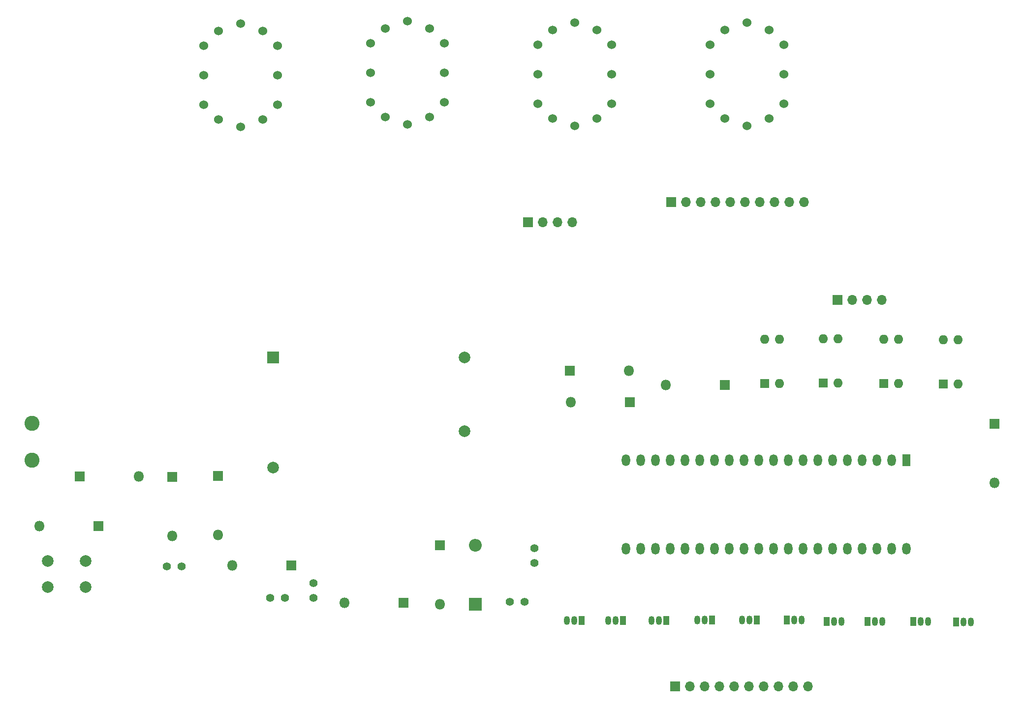
<source format=gbr>
%TF.GenerationSoftware,KiCad,Pcbnew,(5.1.6)-1*%
%TF.CreationDate,2020-11-06T18:28:59+03:00*%
%TF.ProjectId,_____  _____ V2,4145353c-3020-4204-9730-413e32205632,rev?*%
%TF.SameCoordinates,Original*%
%TF.FileFunction,Soldermask,Bot*%
%TF.FilePolarity,Negative*%
%FSLAX46Y46*%
G04 Gerber Fmt 4.6, Leading zero omitted, Abs format (unit mm)*
G04 Created by KiCad (PCBNEW (5.1.6)-1) date 2020-11-06 18:28:59*
%MOMM*%
%LPD*%
G01*
G04 APERTURE LIST*
%ADD10R,1.700000X1.700000*%
%ADD11O,1.700000X1.700000*%
%ADD12C,1.524000*%
%ADD13O,1.600000X1.600000*%
%ADD14R,1.600000X1.600000*%
%ADD15O,1.800000X1.800000*%
%ADD16R,1.800000X1.800000*%
%ADD17R,1.050000X1.500000*%
%ADD18O,1.050000X1.500000*%
%ADD19O,1.440000X2.000000*%
%ADD20R,1.440000X2.000000*%
%ADD21O,2.200000X2.200000*%
%ADD22R,2.200000X2.200000*%
%ADD23C,2.000000*%
%ADD24R,2.000000X2.000000*%
%ADD25C,1.400000*%
%ADD26C,2.600000*%
G04 APERTURE END LIST*
D10*
%TO.C,REF\u002A\u002A*%
X218821000Y-76898500D03*
D11*
X221361000Y-76898500D03*
X223901000Y-76898500D03*
X226441000Y-76898500D03*
%TD*%
D10*
%TO.C,REF\u002A\u002A*%
X190881000Y-143383000D03*
D11*
X193421000Y-143383000D03*
X195961000Y-143383000D03*
X198501000Y-143383000D03*
X201041000Y-143383000D03*
X203581000Y-143383000D03*
X206121000Y-143383000D03*
X208661000Y-143383000D03*
X211201000Y-143383000D03*
X213741000Y-143383000D03*
%TD*%
D12*
%TO.C,D12*%
X207073500Y-45656500D03*
X199453500Y-45656500D03*
X199453500Y-30416500D03*
X207073500Y-30416500D03*
X203263500Y-46926500D03*
X203263500Y-29146500D03*
X196913500Y-43116500D03*
X209613500Y-43116500D03*
X209613500Y-32956500D03*
X196913500Y-32956500D03*
X209613500Y-38036500D03*
X196913500Y-38036500D03*
%TD*%
D11*
%TO.C,REF\u002A\u002A*%
X213042500Y-60007500D03*
X210502500Y-60007500D03*
X207962500Y-60007500D03*
X205422500Y-60007500D03*
X202882500Y-60007500D03*
X200342500Y-60007500D03*
X197802500Y-60007500D03*
X195262500Y-60007500D03*
X192722500Y-60007500D03*
D10*
X190182500Y-60007500D03*
%TD*%
D11*
%TO.C,REF\u002A\u002A*%
X173164500Y-63500000D03*
X170624500Y-63500000D03*
X168084500Y-63500000D03*
D10*
X165544500Y-63500000D03*
%TD*%
D13*
%TO.C,U6*%
X206248000Y-83629500D03*
X208788000Y-91249500D03*
X208788000Y-83629500D03*
D14*
X206248000Y-91249500D03*
%TD*%
D13*
%TO.C,U5*%
X216344500Y-83566000D03*
X218884500Y-91186000D03*
X218884500Y-83566000D03*
D14*
X216344500Y-91186000D03*
%TD*%
D13*
%TO.C,U4*%
X226758500Y-83629500D03*
X229298500Y-91249500D03*
X229298500Y-83629500D03*
D14*
X226758500Y-91249500D03*
%TD*%
D13*
%TO.C,U3*%
X237045500Y-83693000D03*
X239585500Y-91313000D03*
X239585500Y-83693000D03*
D14*
X237045500Y-91313000D03*
%TD*%
D15*
%TO.C,R15*%
X245808500Y-108394500D03*
D16*
X245808500Y-98234500D03*
%TD*%
D15*
%TO.C,R14*%
X189230000Y-91503500D03*
D16*
X199390000Y-91503500D03*
%TD*%
D15*
%TO.C,R13*%
X172910500Y-94488000D03*
D16*
X183070500Y-94488000D03*
%TD*%
D15*
%TO.C,R12*%
X182880000Y-89090500D03*
D16*
X172720000Y-89090500D03*
%TD*%
D15*
%TO.C,R7*%
X133985000Y-129032000D03*
D16*
X144145000Y-129032000D03*
%TD*%
D15*
%TO.C,R6*%
X150431500Y-129286000D03*
D16*
X150431500Y-119126000D03*
%TD*%
D15*
%TO.C,R5*%
X114681000Y-122618500D03*
D16*
X124841000Y-122618500D03*
%TD*%
D15*
%TO.C,R4*%
X112204500Y-117348000D03*
D16*
X112204500Y-107188000D03*
%TD*%
D15*
%TO.C,R3*%
X104330500Y-117538500D03*
D16*
X104330500Y-107378500D03*
%TD*%
D15*
%TO.C,R2*%
X98552000Y-107251500D03*
D16*
X88392000Y-107251500D03*
%TD*%
D15*
%TO.C,R1*%
X81470500Y-115824000D03*
D16*
X91630500Y-115824000D03*
%TD*%
D17*
%TO.C,Q15*%
X174815500Y-132080000D03*
D18*
X172275500Y-132080000D03*
X173545500Y-132080000D03*
%TD*%
D17*
%TO.C,Q14*%
X181864000Y-132080000D03*
D18*
X179324000Y-132080000D03*
X180594000Y-132080000D03*
%TD*%
D17*
%TO.C,Q13*%
X189357500Y-132101500D03*
D18*
X186817500Y-132101500D03*
X188087500Y-132101500D03*
%TD*%
D17*
%TO.C,Q12*%
X197231000Y-131953000D03*
D18*
X194691000Y-131953000D03*
X195961000Y-131953000D03*
%TD*%
D17*
%TO.C,Q11*%
X204914500Y-132016500D03*
D18*
X202374500Y-132016500D03*
X203644500Y-132016500D03*
%TD*%
D17*
%TO.C,Q10*%
X223964500Y-132270500D03*
D18*
X226504500Y-132270500D03*
X225234500Y-132270500D03*
%TD*%
D17*
%TO.C,Q9*%
X231838500Y-132270500D03*
D18*
X234378500Y-132270500D03*
X233108500Y-132270500D03*
%TD*%
D17*
%TO.C,Q8*%
X239204500Y-132334000D03*
D18*
X241744500Y-132334000D03*
X240474500Y-132334000D03*
%TD*%
D17*
%TO.C,Q7*%
X216979500Y-132207000D03*
D18*
X219519500Y-132207000D03*
X218249500Y-132207000D03*
%TD*%
D17*
%TO.C,Q6*%
X210121500Y-131953000D03*
D18*
X212661500Y-131953000D03*
X211391500Y-131953000D03*
%TD*%
D12*
%TO.C,D14*%
X148590000Y-45339000D03*
X140970000Y-45339000D03*
X140970000Y-30099000D03*
X148590000Y-30099000D03*
X144780000Y-46609000D03*
X144780000Y-28829000D03*
X138430000Y-42799000D03*
X151130000Y-42799000D03*
X151130000Y-32639000D03*
X138430000Y-32639000D03*
X151130000Y-37719000D03*
X138430000Y-37719000D03*
%TD*%
D19*
%TO.C,D13*%
X182372000Y-119697500D03*
X182372000Y-104457500D03*
X184912000Y-119697500D03*
X184912000Y-104457500D03*
X187452000Y-119697500D03*
X187452000Y-104457500D03*
X189992000Y-119697500D03*
X189992000Y-104457500D03*
X192532000Y-119697500D03*
X192532000Y-104457500D03*
X195072000Y-119697500D03*
X195072000Y-104457500D03*
X197612000Y-119697500D03*
X197612000Y-104457500D03*
X200152000Y-119697500D03*
X200152000Y-104457500D03*
X202692000Y-119697500D03*
X202692000Y-104457500D03*
X205232000Y-119697500D03*
X205232000Y-104457500D03*
X207772000Y-119697500D03*
X207772000Y-104457500D03*
X210312000Y-119697500D03*
X210312000Y-104457500D03*
X212852000Y-119697500D03*
X212852000Y-104457500D03*
X215392000Y-119697500D03*
X215392000Y-104457500D03*
X217932000Y-119697500D03*
X217932000Y-104457500D03*
X220472000Y-119697500D03*
X220472000Y-104457500D03*
X223012000Y-119697500D03*
X223012000Y-104457500D03*
X225552000Y-119697500D03*
X225552000Y-104457500D03*
X228092000Y-119697500D03*
X228092000Y-104457500D03*
X230632000Y-119697500D03*
D20*
X230632000Y-104457500D03*
%TD*%
D12*
%TO.C,D11*%
X119888000Y-45783500D03*
X112268000Y-45783500D03*
X112268000Y-30543500D03*
X119888000Y-30543500D03*
X116078000Y-47053500D03*
X116078000Y-29273500D03*
X109728000Y-43243500D03*
X122428000Y-43243500D03*
X122428000Y-33083500D03*
X109728000Y-33083500D03*
X122428000Y-38163500D03*
X109728000Y-38163500D03*
%TD*%
%TO.C,D9*%
X177419000Y-45656500D03*
X169799000Y-45656500D03*
X169799000Y-30416500D03*
X177419000Y-30416500D03*
X173609000Y-46926500D03*
X173609000Y-29146500D03*
X167259000Y-43116500D03*
X179959000Y-43116500D03*
X179959000Y-32956500D03*
X167259000Y-32956500D03*
X179959000Y-38036500D03*
X167259000Y-38036500D03*
%TD*%
D21*
%TO.C,D5*%
X156464000Y-119126000D03*
D22*
X156464000Y-129286000D03*
%TD*%
D23*
%TO.C,D3*%
X154666000Y-99441000D03*
X154666000Y-86741000D03*
X121666000Y-105741000D03*
D24*
X121666000Y-86741000D03*
%TD*%
D23*
%TO.C,CB1*%
X89431000Y-121793000D03*
X89431000Y-126293000D03*
X82931000Y-121793000D03*
X82931000Y-126293000D03*
%TD*%
D25*
%TO.C,C8*%
X166624000Y-122174000D03*
X166624000Y-119634000D03*
%TD*%
%TO.C,C7*%
X164973000Y-128841500D03*
X162433000Y-128841500D03*
%TD*%
%TO.C,C3*%
X128651000Y-128206500D03*
X128651000Y-125666500D03*
%TD*%
%TO.C,C2*%
X121158000Y-128206500D03*
X123698000Y-128206500D03*
%TD*%
%TO.C,C1*%
X105981500Y-122745500D03*
X103441500Y-122745500D03*
%TD*%
D26*
%TO.C,BT1*%
X80200500Y-98077500D03*
X80200500Y-104457500D03*
%TD*%
M02*

</source>
